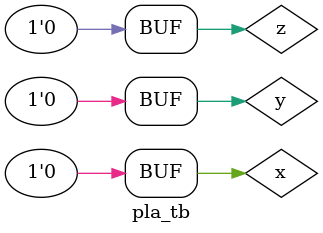
<source format=v>
`include "pla.v"

module pla_tb();
    reg x,y,z;
    wire A,B,C,D;

   pla pla(A,B,C,D,x,y,z);
   initial begin
        x=0;
        y=0;
        z=0;
        #30;
        x=0;
        y=0;
        z=1;
        #30;
        x=0;
        y=1;
        z=0;
        #30;
        x=1;
        y=0;
        z=0;
        #30;
        x=0;
        y=1;
        z=1;
        #30;
        x=1;
        y=0;
        z=1;
        #30;
        x=1;
        y=1;
        z=0;
        #30;
        x=1;
        y=1;
        z=1;
        #30;
        x=0;
        y=0;
        z=0;
        #30;
  end

endmodule

</source>
